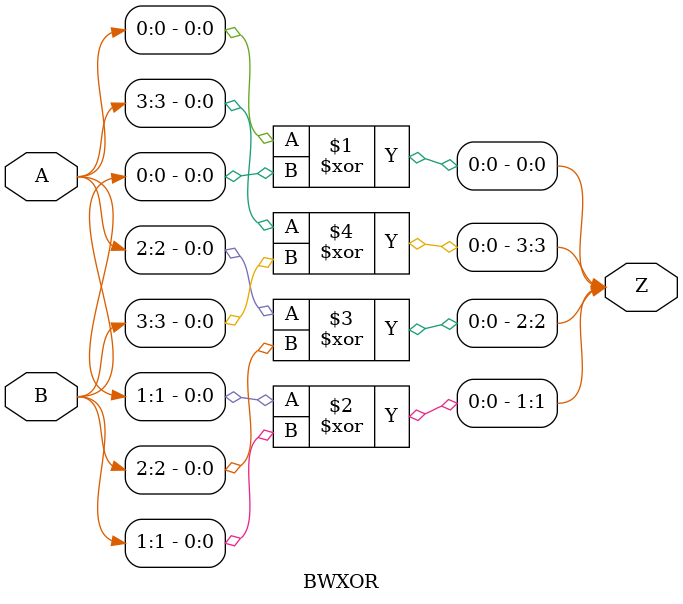
<source format=v>
module adder_gate(x, y, carry, out);
    input [7:0] x, y;
    output carry;
    output [7:0] out;

    /*Write your code here*/

    wire Cin;
	wire PG[0:3], GG[0:3];
	wire Co[0:3];
	wire [1:0] s[0:3];
    // set Cin to 0
    assign Cin = 1'b0;

	CLA_2bit adder0(Co[0], s[0], PG[0], GG[0], x[1:0], y[1:0], Cin);
	CLA_2bit adder1(Co[1], s[1], PG[1], GG[1], x[3:2], y[3:2], Co[0]);
	CLA_2bit adder2(Co[2], s[2], PG[2], GG[2], x[5:4], y[5:4], Co[1]);
	CLA_2bit adder3(Co[3], s[3], PG[3], GG[3], x[7:6], y[7:6], Co[2]);

	assign out = {s[3], s[2], s[1], s[0]};
	assign carry = Co[3];
    /*End of code*/

endmodule

// Carry-Lookahead Adder (2-bit)
module CLA_2bit(Cout, S, PG, GG, A, B, Cin);
	input [1:0] A, B;
	input Cin;
	output [1:0] S;
	output Cout, PG, GG;

	wire [1:0] G, P;
	wire C;
	wire t[0:2];

	// Generate G = A & B
	BWAND#(2) bwand0(G, A, B);
	// Propagate P = A ^ B
	BWXOR#(2) bwxor0(P, A, B);

	// C = G[0] | (P[0] & Cin);
	and #1 and0(t[0], P[0], Cin);
	or #1 or0(C, G[0], t[0]);
	// S = P ^ {C, Cin};
	BWXOR#(2) bwxor1(S, P, {C, Cin});
	// PG = P[1] & P[0]
	and #1 and1(PG, P[1], P[0]);
	// GG = G[1] | (P[1]&G[0])
	and #1 and2(t[1], P[1], G[0]);
	or #1 or1(GG, G[1], t[1]);
	// Cout = GG | (PG & Cin)
	and #1 and3(t[2], PG, Cin);
	or #1 or2(Cout, GG, t[2]);

endmodule

// bitwise AND
module BWAND#(parameter N = 4)(Z, A, B);
	input [N-1:0] A, B;
	output [N-1:0] Z;

	genvar i;
	generate
		for (i = 0; i <= N-1; i = i + 1) begin
			and #1 and0(Z[i], A[i], B[i]);
		end
	endgenerate

endmodule

// bitwise XOR
module BWXOR#(parameter N = 4)(Z, A, B);
	input [N-1:0] A, B;
	output [N-1:0] Z;

	genvar i;
	generate
		for (i = 0; i <= N-1; i = i + 1) begin
			xor #1 xor0(Z[i], A[i], B[i]);
		end
	endgenerate

endmodule

// Carry-Lookahead Adder (4-bit)
/* module CLA_4bit(Cout, S, PG, GG, A, B, Cin);
	input [3:0] A, B;
	input Cin;
	output [3:0] S;
	output Cout, PG, GG;

	wire [3:0] G, P;
	wire [2:0] C;
	wire t[0:6];

	// Generate G = A & B
	BWAND#(4) bwand0(G, A, B);
	// Propagate P = A ^ B
	BWXOR#(4) bwxor0(P, A, B);

	// C[0] = G[0] | (P[0] & Cin);
	and #1 and0(t[0], P[0], Cin);
	or #1 or0(C[0], G[0], t[0]);
	// C[1] = G[1] | (P[1] & C[0]);
	and #1 and1(t[1], P[1], C[0]);
	or #1 or1(C[1], G[1], t[1]);
	// C[2] = G[2] | (P[2] & C[1]);
	and #1 and2(t[2], P[2], C[1]);
	or #1 or2(C[2], G[2], t[2]);
	// S = P ^ {C[2:0], Cin};
	BWXOR#(4) bwxor1(S, P, {C[2:0], Cin});
	// PG = P[3] & P[2] & P[1] & P[0]
	and #1 and3(PG, P[3], P[2], P[1], P[0]);
	// GG = G[3] | (P[3]&G[2]) | (P[3]&P[2]&G[1]) | (P[3]&P[2]&P[1]&G[0])
	and #1 and4(t[3], P[3], P[2], P[1], G[0]);
	and #1 and5(t[4], P[3], P[2], G[1]);
	and #1 and6(t[5], P[3], G[2]);
	or #1 or3(GG, G[3], t[5], t[4], t[3]);
	// Cout = GG | (PG & Cin)
	and #1 and7(t[6], PG, Cin);
	or #1 or4(Cout, GG, t[6]);

endmodule */
</source>
